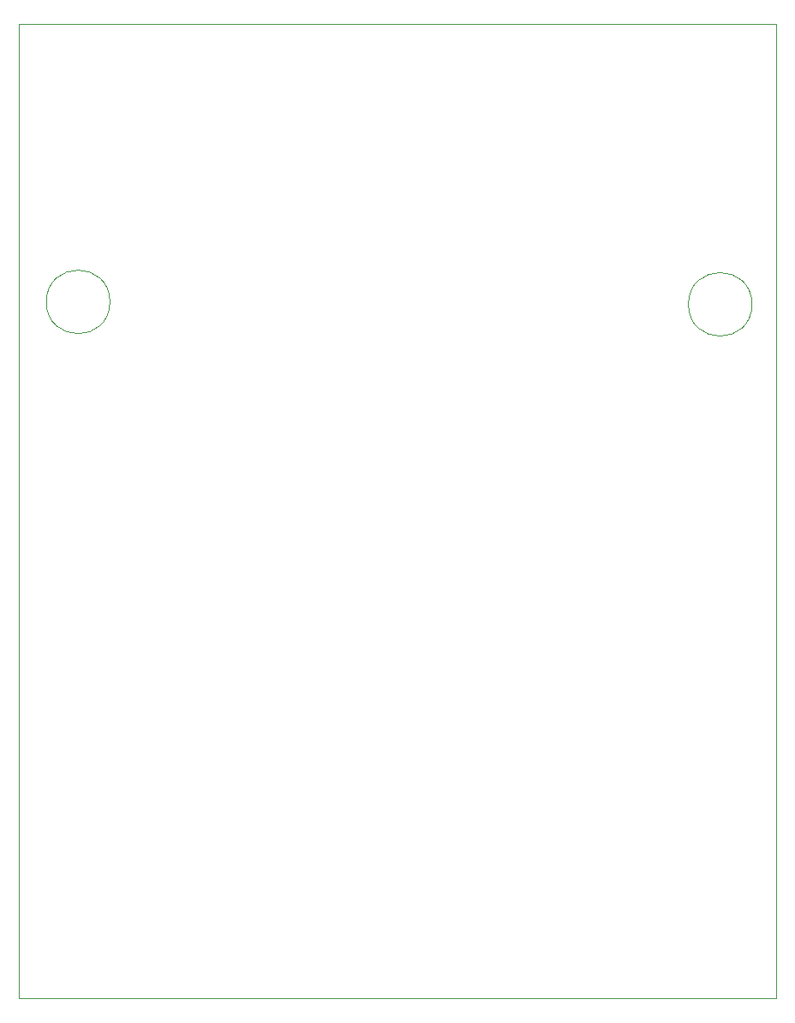
<source format=gbr>
%TF.GenerationSoftware,KiCad,Pcbnew,9.0.4*%
%TF.CreationDate,2025-10-22T08:41:29-05:00*%
%TF.ProjectId,RemoteControl,52656d6f-7465-4436-9f6e-74726f6c2e6b,rev?*%
%TF.SameCoordinates,Original*%
%TF.FileFunction,Profile,NP*%
%FSLAX46Y46*%
G04 Gerber Fmt 4.6, Leading zero omitted, Abs format (unit mm)*
G04 Created by KiCad (PCBNEW 9.0.4) date 2025-10-22 08:41:29*
%MOMM*%
%LPD*%
G01*
G04 APERTURE LIST*
%TA.AperFunction,Profile*%
%ADD10C,0.050000*%
%TD*%
G04 APERTURE END LIST*
D10*
X169342563Y-76057437D02*
G75*
G02*
X163057437Y-76057437I-3142563J0D01*
G01*
X163057437Y-76057437D02*
G75*
G02*
X169342563Y-76057437I3142563J0D01*
G01*
X96917800Y-48339900D02*
X171704000Y-48339900D01*
X171704000Y-144700100D01*
X96917800Y-144700100D01*
X96917800Y-48339900D01*
X105885563Y-75819000D02*
G75*
G02*
X99600437Y-75819000I-3142563J0D01*
G01*
X99600437Y-75819000D02*
G75*
G02*
X105885563Y-75819000I3142563J0D01*
G01*
M02*

</source>
